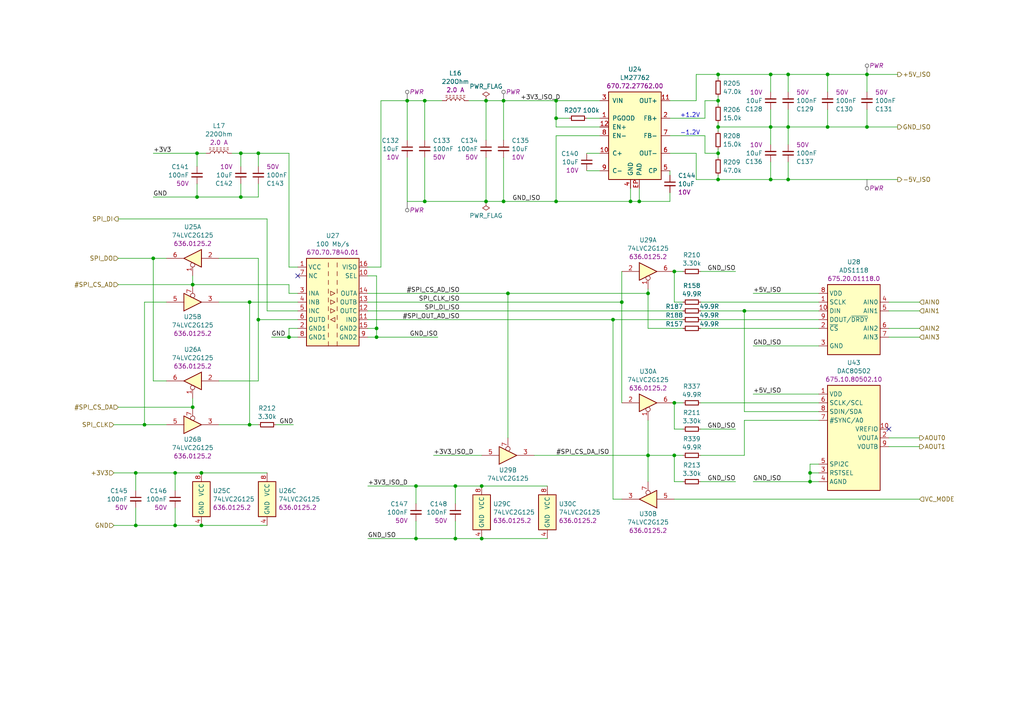
<source format=kicad_sch>
(kicad_sch (version 20231120) (generator "eeschema") (generator_version "8.0")
  (paper "A4")
  (title_block (title "CQ2") (date "2024-07-31") (rev "0") (comment 1 "SPI based isolated AD/DA Converter") (comment 2 "Manfred Schmitz") (comment 3 "tbd") (comment 4 "2024-07-03") (comment 5 "tbd") (comment 6 "A"))
  (junction (at 146.05 29.21))
  (junction (at 215.9 90.17))
  (junction (at 208.28 52.07))
  (junction (at 72.39 123.19))
  (junction (at 120.65 156.21))
  (junction (at 208.28 36.83))
  (junction (at 147.32 85.09))
  (junction (at 161.29 29.21))
  (junction (at 58.42 152.4))
  (junction (at 55.88 82.55))
  (junction (at 223.52 21.59))
  (junction (at 44.45 74.93))
  (junction (at 120.65 140.97))
  (junction (at 69.85 44.45))
  (junction (at 139.7 140.97))
  (junction (at 109.22 95.25))
  (junction (at 251.46 36.83))
  (junction (at 57.15 44.45))
  (junction (at 185.42 58.42))
  (junction (at 39.37 137.16))
  (junction (at 223.52 36.83))
  (junction (at 195.58 78.74))
  (junction (at 140.97 58.42))
  (junction (at 195.58 132.08))
  (junction (at 139.7 156.21))
  (junction (at 223.52 52.07))
  (junction (at 74.93 92.71))
  (junction (at 123.19 29.21))
  (junction (at 74.93 44.45))
  (junction (at 228.6 52.07))
  (junction (at 234.95 137.16))
  (junction (at 240.03 21.59))
  (junction (at 180.34 87.63))
  (junction (at 187.96 85.09))
  (junction (at 69.85 57.15))
  (junction (at 208.28 29.21))
  (junction (at 146.05 58.42))
  (junction (at 240.03 36.83))
  (junction (at 195.58 116.84))
  (junction (at 228.6 36.83))
  (junction (at 109.22 97.79))
  (junction (at 39.37 152.4))
  (junction (at 58.42 137.16))
  (junction (at 50.8 137.16))
  (junction (at 177.8 92.71))
  (junction (at 41.91 123.19))
  (junction (at 140.97 29.21))
  (junction (at 50.8 152.4))
  (junction (at 161.29 34.29))
  (junction (at 182.88 58.42))
  (junction (at 57.15 57.15))
  (junction (at 251.46 21.59))
  (junction (at 123.19 58.42))
  (junction (at 187.96 132.08))
  (junction (at 132.08 156.21))
  (junction (at 161.29 58.42))
  (junction (at 132.08 140.97))
  (junction (at 228.6 21.59))
  (junction (at 83.82 97.79))
  (junction (at 234.95 139.7))
  (junction (at 208.28 44.45))
  (junction (at 72.39 87.63))
  (junction (at 55.88 118.11))
  (junction (at 118.11 29.21))
  (junction (at 208.28 21.59))
  (no_connect (at 86.36 80.01))
  (no_connect (at 257.81 124.46))
  (wire (pts (xy 140.97 40.64) (xy 140.97 29.21)))
  (wire (pts (xy 204.47 29.21) (xy 208.28 29.21)))
  (wire (pts (xy 110.49 29.21) (xy 118.11 29.21)))
  (wire (pts (xy 204.47 34.29) (xy 204.47 29.21)))
  (wire (pts (xy 228.6 36.83) (xy 228.6 31.75)))
  (wire (pts (xy 234.95 134.62) (xy 237.49 134.62)))
  (wire (pts (xy 74.93 74.93) (xy 63.5 74.93)))
  (wire (pts (xy 170.18 49.53) (xy 173.99 49.53)))
  (wire (pts (xy 109.22 97.79) (xy 127 97.79)))
  (wire (pts (xy 146.05 45.72) (xy 146.05 58.42)))
  (wire (pts (xy 33.02 137.16) (xy 39.37 137.16)))
  (wire (pts (xy 234.95 139.7) (xy 234.95 137.16)))
  (wire (pts (xy 74.93 44.45) (xy 69.85 44.45)))
  (wire (pts (xy 106.68 92.71) (xy 177.8 92.71)))
  (wire (pts (xy 146.05 40.64) (xy 146.05 29.21)))
  (wire (pts (xy 187.96 85.09) (xy 187.96 95.25)))
  (wire (pts (xy 194.31 29.21) (xy 201.93 29.21)))
  (wire (pts (xy 74.93 92.71) (xy 86.36 92.71)))
  (wire (pts (xy 228.6 21.59) (xy 240.03 21.59)))
  (wire (pts (xy 228.6 52.07) (xy 260.35 52.07)))
  (wire (pts (xy 74.93 74.93) (xy 74.93 92.71)))
  (wire (pts (xy 110.49 77.47) (xy 110.49 29.21)))
  (wire (pts (xy 57.15 48.26) (xy 57.15 44.45)))
  (wire (pts (xy 195.58 132.08) (xy 198.12 132.08)))
  (wire (pts (xy 257.81 129.54) (xy 266.7 129.54)))
  (wire (pts (xy 44.45 57.15) (xy 57.15 57.15)))
  (wire (pts (xy 74.93 48.26) (xy 74.93 44.45)))
  (wire (pts (xy 251.46 36.83) (xy 251.46 31.75)))
  (wire (pts (xy 173.99 36.83) (xy 161.29 36.83)))
  (wire (pts (xy 58.42 137.16) (xy 77.47 137.16)))
  (wire (pts (xy 123.19 40.64) (xy 123.19 29.21)))
  (wire (pts (xy 63.5 110.49) (xy 74.93 110.49)))
  (wire (pts (xy 240.03 26.67) (xy 240.03 21.59)))
  (wire (pts (xy 118.11 29.21) (xy 123.19 29.21)))
  (wire (pts (xy 120.65 140.97) (xy 132.08 140.97)))
  (wire (pts (xy 173.99 44.45) (xy 170.18 44.45)))
  (wire (pts (xy 198.12 139.7) (xy 195.58 139.7)))
  (wire (pts (xy 170.18 34.29) (xy 173.99 34.29)))
  (wire (pts (xy 257.81 95.25) (xy 266.7 95.25)))
  (wire (pts (xy 118.11 40.64) (xy 118.11 29.21)))
  (wire (pts (xy 78.74 97.79) (xy 83.82 97.79)))
  (wire (pts (xy 44.45 74.93) (xy 44.45 110.49)))
  (wire (pts (xy 132.08 156.21) (xy 139.7 156.21)))
  (wire (pts (xy 208.28 21.59) (xy 223.52 21.59)))
  (wire (pts (xy 194.31 34.29) (xy 204.47 34.29)))
  (wire (pts (xy 106.68 85.09) (xy 147.32 85.09)))
  (wire (pts (xy 57.15 44.45) (xy 59.69 44.45)))
  (wire (pts (xy 201.93 29.21) (xy 201.93 21.59)))
  (wire (pts (xy 132.08 140.97) (xy 139.7 140.97)))
  (wire (pts (xy 208.28 35.56) (xy 208.28 36.83)))
  (wire (pts (xy 55.88 80.01) (xy 55.88 82.55)))
  (wire (pts (xy 161.29 34.29) (xy 161.29 29.21)))
  (wire (pts (xy 123.19 29.21) (xy 128.27 29.21)))
  (wire (pts (xy 50.8 137.16) (xy 50.8 142.24)))
  (wire (pts (xy 228.6 21.59) (xy 223.52 21.59)))
  (wire (pts (xy 83.82 97.79) (xy 86.36 97.79)))
  (wire (pts (xy 48.26 123.19) (xy 41.91 123.19)))
  (wire (pts (xy 161.29 58.42) (xy 182.88 58.42)))
  (wire (pts (xy 41.91 87.63) (xy 41.91 123.19)))
  (wire (pts (xy 195.58 124.46) (xy 195.58 116.84)))
  (wire (pts (xy 106.68 97.79) (xy 109.22 97.79)))
  (wire (pts (xy 146.05 58.42) (xy 140.97 58.42)))
  (wire (pts (xy 77.47 90.17) (xy 77.47 63.5)))
  (wire (pts (xy 223.52 46.99) (xy 223.52 52.07)))
  (wire (pts (xy 44.45 74.93) (xy 48.26 74.93)))
  (wire (pts (xy 208.28 50.8) (xy 208.28 52.07)))
  (wire (pts (xy 203.2 116.84) (xy 237.49 116.84)))
  (wire (pts (xy 69.85 53.34) (xy 69.85 57.15)))
  (wire (pts (xy 34.29 118.11) (xy 55.88 118.11)))
  (wire (pts (xy 208.28 27.94) (xy 208.28 29.21)))
  (wire (pts (xy 109.22 80.01) (xy 109.22 95.25)))
  (wire (pts (xy 69.85 44.45) (xy 67.31 44.45)))
  (wire (pts (xy 257.81 90.17) (xy 266.7 90.17)))
  (wire (pts (xy 251.46 21.59) (xy 260.35 21.59)))
  (wire (pts (xy 234.95 137.16) (xy 234.95 134.62)))
  (wire (pts (xy 123.19 45.72) (xy 123.19 58.42)))
  (wire (pts (xy 146.05 29.21) (xy 140.97 29.21)))
  (wire (pts (xy 55.88 115.57) (xy 55.88 118.11)))
  (wire (pts (xy 86.36 90.17) (xy 77.47 90.17)))
  (wire (pts (xy 69.85 48.26) (xy 69.85 44.45)))
  (wire (pts (xy 147.32 85.09) (xy 187.96 85.09)))
  (wire (pts (xy 201.93 52.07) (xy 201.93 44.45)))
  (wire (pts (xy 83.82 85.09) (xy 86.36 85.09)))
  (wire (pts (xy 50.8 147.32) (xy 50.8 152.4)))
  (wire (pts (xy 251.46 36.83) (xy 260.35 36.83)))
  (wire (pts (xy 140.97 58.42) (xy 123.19 58.42)))
  (wire (pts (xy 208.28 36.83) (xy 208.28 38.1)))
  (wire (pts (xy 187.96 132.08) (xy 187.96 139.7)))
  (wire (pts (xy 215.9 90.17) (xy 215.9 119.38)))
  (wire (pts (xy 198.12 95.25) (xy 187.96 95.25)))
  (wire (pts (xy 132.08 140.97) (xy 132.08 146.05)))
  (wire (pts (xy 185.42 58.42) (xy 194.31 58.42)))
  (wire (pts (xy 208.28 44.45) (xy 204.47 44.45)))
  (wire (pts (xy 146.05 29.21) (xy 161.29 29.21)))
  (wire (pts (xy 39.37 137.16) (xy 50.8 137.16)))
  (wire (pts (xy 237.49 119.38) (xy 215.9 119.38)))
  (wire (pts (xy 39.37 137.16) (xy 39.37 142.24)))
  (wire (pts (xy 203.2 78.74) (xy 213.36 78.74)))
  (wire (pts (xy 177.8 92.71) (xy 198.12 92.71)))
  (wire (pts (xy 83.82 44.45) (xy 74.93 44.45)))
  (wire (pts (xy 187.96 83.82) (xy 187.96 85.09)))
  (wire (pts (xy 106.68 140.97) (xy 120.65 140.97)))
  (wire (pts (xy 215.9 121.92) (xy 215.9 132.08)))
  (wire (pts (xy 223.52 52.07) (xy 228.6 52.07)))
  (wire (pts (xy 83.82 77.47) (xy 83.82 44.45)))
  (wire (pts (xy 180.34 87.63) (xy 180.34 116.84)))
  (wire (pts (xy 237.49 100.33) (xy 218.44 100.33)))
  (wire (pts (xy 74.93 57.15) (xy 69.85 57.15)))
  (wire (pts (xy 72.39 87.63) (xy 72.39 123.19)))
  (wire (pts (xy 161.29 29.21) (xy 173.99 29.21)))
  (wire (pts (xy 182.88 54.61) (xy 182.88 58.42)))
  (wire (pts (xy 240.03 36.83) (xy 240.03 31.75)))
  (wire (pts (xy 195.58 78.74) (xy 195.58 87.63)))
  (wire (pts (xy 120.65 140.97) (xy 120.65 146.05)))
  (wire (pts (xy 140.97 45.72) (xy 140.97 58.42)))
  (wire (pts (xy 195.58 78.74) (xy 198.12 78.74)))
  (wire (pts (xy 86.36 77.47) (xy 83.82 77.47)))
  (wire (pts (xy 208.28 44.45) (xy 208.28 45.72)))
  (wire (pts (xy 208.28 21.59) (xy 208.28 22.86)))
  (wire (pts (xy 41.91 87.63) (xy 48.26 87.63)))
  (wire (pts (xy 72.39 123.19) (xy 63.5 123.19)))
  (wire (pts (xy 203.2 139.7) (xy 213.36 139.7)))
  (wire (pts (xy 223.52 36.83) (xy 228.6 36.83)))
  (wire (pts (xy 106.68 87.63) (xy 180.34 87.63)))
  (wire (pts (xy 161.29 34.29) (xy 165.1 34.29)))
  (wire (pts (xy 180.34 144.78) (xy 177.8 144.78)))
  (wire (pts (xy 106.68 95.25) (xy 109.22 95.25)))
  (wire (pts (xy 106.68 156.21) (xy 120.65 156.21)))
  (wire (pts (xy 228.6 36.83) (xy 240.03 36.83)))
  (wire (pts (xy 208.28 43.18) (xy 208.28 44.45)))
  (wire (pts (xy 125.73 132.08) (xy 139.7 132.08)))
  (wire (pts (xy 218.44 114.3) (xy 237.49 114.3)))
  (wire (pts (xy 223.52 36.83) (xy 223.52 41.91)))
  (wire (pts (xy 34.29 63.5) (xy 77.47 63.5)))
  (wire (pts (xy 44.45 44.45) (xy 57.15 44.45)))
  (wire (pts (xy 106.68 77.47) (xy 110.49 77.47)))
  (wire (pts (xy 83.82 85.09) (xy 83.82 82.55)))
  (wire (pts (xy 208.28 36.83) (xy 223.52 36.83)))
  (wire (pts (xy 228.6 26.67) (xy 228.6 21.59)))
  (wire (pts (xy 203.2 90.17) (xy 215.9 90.17)))
  (wire (pts (xy 34.29 74.93) (xy 44.45 74.93)))
  (wire (pts (xy 48.26 110.49) (xy 44.45 110.49)))
  (wire (pts (xy 39.37 147.32) (xy 39.37 152.4)))
  (wire (pts (xy 120.65 151.13) (xy 120.65 156.21)))
  (wire (pts (xy 195.58 87.63) (xy 198.12 87.63)))
  (wire (pts (xy 33.02 123.19) (xy 41.91 123.19)))
  (wire (pts (xy 57.15 53.34) (xy 57.15 57.15)))
  (wire (pts (xy 161.29 36.83) (xy 161.29 34.29)))
  (wire (pts (xy 201.93 21.59) (xy 208.28 21.59)))
  (wire (pts (xy 223.52 31.75) (xy 223.52 36.83)))
  (wire (pts (xy 203.2 87.63) (xy 237.49 87.63)))
  (wire (pts (xy 106.68 90.17) (xy 198.12 90.17)))
  (wire (pts (xy 33.02 152.4) (xy 39.37 152.4)))
  (wire (pts (xy 195.58 144.78) (xy 266.7 144.78)))
  (wire (pts (xy 83.82 95.25) (xy 83.82 97.79)))
  (wire (pts (xy 50.8 152.4) (xy 58.42 152.4)))
  (wire (pts (xy 228.6 41.91) (xy 228.6 36.83)))
  (wire (pts (xy 204.47 39.37) (xy 194.31 39.37)))
  (wire (pts (xy 83.82 82.55) (xy 55.88 82.55)))
  (wire (pts (xy 182.88 58.42) (xy 185.42 58.42)))
  (wire (pts (xy 86.36 95.25) (xy 83.82 95.25)))
  (wire (pts (xy 251.46 26.67) (xy 251.46 21.59)))
  (wire (pts (xy 240.03 21.59) (xy 251.46 21.59)))
  (wire (pts (xy 139.7 156.21) (xy 158.75 156.21)))
  (wire (pts (xy 215.9 90.17) (xy 237.49 90.17)))
  (wire (pts (xy 139.7 140.97) (xy 158.75 140.97)))
  (wire (pts (xy 237.49 139.7) (xy 234.95 139.7)))
  (wire (pts (xy 223.52 52.07) (xy 208.28 52.07)))
  (wire (pts (xy 215.9 121.92) (xy 237.49 121.92)))
  (wire (pts (xy 120.65 156.21) (xy 132.08 156.21)))
  (wire (pts (xy 58.42 152.4) (xy 77.47 152.4)))
  (wire (pts (xy 74.93 53.34) (xy 74.93 57.15)))
  (wire (pts (xy 140.97 29.21) (xy 135.89 29.21)))
  (wire (pts (xy 118.11 45.72) (xy 118.11 58.42)))
  (wire (pts (xy 187.96 132.08) (xy 195.58 132.08)))
  (wire (pts (xy 257.81 87.63) (xy 266.7 87.63)))
  (wire (pts (xy 72.39 123.19) (xy 74.93 123.19)))
  (wire (pts (xy 201.93 44.45) (xy 194.31 44.45)))
  (wire (pts (xy 234.95 137.16) (xy 237.49 137.16)))
  (wire (pts (xy 203.2 124.46) (xy 213.36 124.46)))
  (wire (pts (xy 187.96 121.92) (xy 187.96 132.08)))
  (wire (pts (xy 146.05 58.42) (xy 161.29 58.42)))
  (wire (pts (xy 208.28 52.07) (xy 201.93 52.07)))
  (wire (pts (xy 161.29 39.37) (xy 161.29 58.42)))
  (wire (pts (xy 237.49 95.25) (xy 203.2 95.25)))
  (wire (pts (xy 180.34 78.74) (xy 180.34 87.63)))
  (wire (pts (xy 154.94 132.08) (xy 187.96 132.08)))
  (wire (pts (xy 195.58 139.7) (xy 195.58 132.08)))
  (wire (pts (xy 50.8 137.16) (xy 58.42 137.16)))
  (wire (pts (xy 118.11 58.42) (xy 123.19 58.42)))
  (wire (pts (xy 72.39 87.63) (xy 63.5 87.63)))
  (wire (pts (xy 204.47 44.45) (xy 204.47 39.37)))
  (wire (pts (xy 39.37 152.4) (xy 50.8 152.4)))
  (wire (pts (xy 173.99 39.37) (xy 161.29 39.37)))
  (wire (pts (xy 228.6 52.07) (xy 228.6 46.99)))
  (wire (pts (xy 109.22 95.25) (xy 109.22 97.79)))
  (wire (pts (xy 203.2 132.08) (xy 215.9 132.08)))
  (wire (pts (xy 177.8 144.78) (xy 177.8 92.71)))
  (wire (pts (xy 195.58 116.84) (xy 198.12 116.84)))
  (wire (pts (xy 257.81 97.79) (xy 266.7 97.79)))
  (wire (pts (xy 194.31 58.42) (xy 194.31 55.88)))
  (wire (pts (xy 132.08 151.13) (xy 132.08 156.21)))
  (wire (pts (xy 203.2 92.71) (xy 237.49 92.71)))
  (wire (pts (xy 34.29 82.55) (xy 55.88 82.55)))
  (wire (pts (xy 194.31 49.53) (xy 194.31 50.8)))
  (wire (pts (xy 208.28 29.21) (xy 208.28 30.48)))
  (wire (pts (xy 218.44 85.09) (xy 237.49 85.09)))
  (wire (pts (xy 57.15 57.15) (xy 69.85 57.15)))
  (wire (pts (xy 198.12 124.46) (xy 195.58 124.46)))
  (wire (pts (xy 257.81 127) (xy 266.7 127)))
  (wire (pts (xy 223.52 21.59) (xy 223.52 26.67)))
  (wire (pts (xy 185.42 54.61) (xy 185.42 58.42)))
  (wire (pts (xy 106.68 80.01) (xy 109.22 80.01)))
  (wire (pts (xy 234.95 139.7) (xy 218.44 139.7)))
  (wire (pts (xy 147.32 85.09) (xy 147.32 127)))
  (wire (pts (xy 74.93 110.49) (xy 74.93 92.71)))
  (wire (pts (xy 72.39 87.63) (xy 86.36 87.63)))
  (wire (pts (xy 240.03 36.83) (xy 251.46 36.83)))
  (wire (pts (xy 80.01 123.19) (xy 85.09 123.19)))
  (text "+1.2V" (at 200.152 33.528 0) (effects (font (size 1.27 1.27))))
  (text "-1.2V" (at 200.152 38.608 0) (effects (font (size 1.27 1.27))))
  (label "+3V3_ISO_D" (at 106.68 140.97 0))
  (label "+3V3" (at 44.45 44.45 0))
  (label "GND" (at 44.45 57.15 0))
  (label "GND_ISO" (at 218.44 139.7 0))
  (label "SPI_CLK_ISO" (at 133.35 87.63 180))
  (label "#SPI_CS_DA_ISO" (at 161.29 132.08 0))
  (label "GND" (at 78.74 97.79 0))
  (label "GND_ISO" (at 213.36 78.74 180))
  (label "GND" (at 85.09 123.19 180))
  (label "+3V3_ISO_D" (at 162.56 29.21 180))
  (label "+3V3_ISO_D" (at 125.73 132.08 0))
  (label "#SPI_CS_AD_ISO" (at 133.35 85.09 180))
  (label "+5V_ISO" (at 218.44 85.09 0))
  (label "GND_ISO" (at 213.36 139.7 180))
  (label "GND_ISO" (at 106.68 156.21 0))
  (label "GND_ISO" (at 127 97.79 180))
  (label "#SPI_OUT_AD_ISO" (at 133.35 92.71 180))
  (label "SPI_DI_ISO" (at 133.35 90.17 180))
  (label "GND_ISO" (at 218.44 100.33 0))
  (label "GND_ISO" (at 148.59 58.42 0))
  (label "GND_ISO" (at 213.36 124.46 180))
  (label "+5V_ISO" (at 218.44 114.3 0))
  (hierarchical_label "SPI_CLK" (shape input) (at 33.02 123.19 180))
  (hierarchical_label "AIN3" (shape input) (at 266.7 97.79 0))
  (hierarchical_label "SPI_DI" (shape output) (at 34.29 63.5 180))
  (hierarchical_label "-5V_ISO" (shape output) (at 260.35 52.07 0))
  (hierarchical_label "VC_MODE" (shape input) (at 266.7 144.78 0))
  (hierarchical_label "GND" (shape input) (at 33.02 152.4 180))
  (hierarchical_label "#SPI_CS_AD" (shape input) (at 34.29 82.55 180))
  (hierarchical_label "#SPI_CS_DA" (shape input) (at 34.29 118.11 180))
  (hierarchical_label "+3V3" (shape input) (at 33.02 137.16 180))
  (hierarchical_label "AOUT0" (shape output) (at 266.7 127 0))
  (hierarchical_label "AIN1" (shape input) (at 266.7 90.17 0))
  (hierarchical_label "SPI_DO" (shape input) (at 34.29 74.93 180))
  (hierarchical_label "+5V_ISO" (shape output) (at 260.35 21.59 0))
  (hierarchical_label "AIN0" (shape input) (at 266.7 87.63 0))
  (hierarchical_label "AIN2" (shape input) (at 266.7 95.25 0))
  (hierarchical_label "GND_ISO" (shape output) (at 260.35 36.83 0))
  (hierarchical_label "AOUT1" (shape output) (at 266.7 129.54 0))
  (netclass_flag "" (length 2.54) (shape round) (at 118.11 29.21 0) (property "Netclass" "PWR" (at 118.7196 26.67 0) (effects (font (italic yes)) (justify left))))
  (netclass_flag "" (length 2.54) (shape round) (at 251.46 52.07 180) (property "Netclass" "PWR" (at 252.0696 54.61 0) (effects (font (italic yes)) (justify left))))
  (netclass_flag "" (length 2.54) (shape round) (at 251.46 21.59 0) (property "Netclass" "PWR" (at 252.0696 19.05 0) (effects (font (italic yes)) (justify left))))
  (netclass_flag "" (length 2.54) (shape round) (at 118.11 58.42 180) (property "Netclass" "PWR" (at 118.7196 60.96 0) (effects (font (italic yes)) (justify left))))
  (netclass_flag "" (length 2.54) (shape round) (at 146.05 29.21 0) (property "Netclass" "PWR" (at 146.6596 26.67 0) (effects (font (italic yes)) (justify left))))
  (symbol (lib_id "ci4rail-database:resistors/117") (at 200.66 92.71 90) (unit 1)
    (property "Reference" "R188" (at 195.58 91.44 90))
    (property "Value" "49.9R" (at 205.74 91.44 90))
    (property "Footprint" "0-standard:0402-resistor" (effects (hide yes)))
    (property "Description" "Thick film resistor" (effects (hide yes)))
    (property "Value1" "+/-1%" (effects (hide yes)))
    (property "Value2" "100 ppm" (effects (hide yes)))
    (property "Value3" "62.5 mW" (effects (hide yes)))
    (property "Value4" "50 V" (effects (hide yes)))
    (property "MPN" "n/a" (effects (hide yes)))
    (property "LTB" "9999" (effects (hide yes)))
    (property "ERP1" "M110-00101-00" (effects (hide yes)))
    (property "ERP2" "101.403.0499" (effects (hide yes)))
    (property "Lifecycle" "released" (effects (hide yes)))
    (property "Cost" "0.01" (effects (hide yes)))
    (property "Outline" "SMT 0402" (effects (hide yes)))
    (instances (project "cq2" (path "" (reference "R188") (unit 1)) (path "" (reference "R312") (unit 1))))
  )
  (symbol (lib_id "ci4rail-database:integrated/144") (at 184.15 39.37 0) (unit 1)
    (property "Reference" "U24" (at 184.15 20.1013 0))
    (property "Value" "LM27762" (at 184.15 22.5256 0))
    (property "Footprint" "1-special:integrated-144" (effects (hide yes)))
    (property "Datasheet" "${KICAD_CI4RAIL_DATASHEET_DIR}/integrated-144" (effects (hide yes)))
    (property "Description" "Power Charge Pump with LDO" (effects (hide yes)))
    (property "Value1" "2.7 to 5.5V" (effects (hide yes)))
    (property "Value2" "+-1.5 to +- 5V" (effects (hide yes)))
    (property "Value3" "100 mA" (effects (hide yes)))
    (property "MPN" "TI LM27762DSSR" (effects (hide yes)))
    (property "LTB" "2034" (effects (hide yes)))
    (property "ERP1" "integrated-144" (effects (hide yes)))
    (property "ERP2" "670.72.27762.00" (at 184.15 24.9499 0))
    (property "Cost" "1.29" (effects (hide yes)))
    (property "Lifecycle" "review pending CQ2" (effects (hide yes)))
    (property "Outline" "SMT WSON-12" (effects (hide yes)))
    (instances (project "" (path "" (reference "U24") (unit 1)) (path "" (reference "U49") (unit 1))))
  )
  (symbol (lib_id "ci4rail-database:resistors/185") (at 208.28 40.64 0) (unit 1)
    (property "Reference" "R208" (at 209.677 39.4278 0) (effects (justify left)))
    (property "Value" "15.0k" (at 209.677 41.8521 0) (effects (justify left)))
    (property "Footprint" "0-standard:0402-resistor" (effects (hide yes)))
    (property "Description" "Thick film resistor" (effects (hide yes)))
    (property "Value1" "+/-1%" (effects (hide yes)))
    (property "Value2" "100 ppm" (effects (hide yes)))
    (property "Value3" "62.5 mW" (effects (hide yes)))
    (property "Value4" "50 V" (effects (hide yes)))
    (property "MPN" "n/a" (effects (hide yes)))
    (property "LTB" "9999" (effects (hide yes)))
    (property "ERP1" "M110-00169-00" (effects (hide yes)))
    (property "ERP2" "101.403.3150" (effects (hide yes)))
    (property "Lifecycle" "released" (effects (hide yes)))
    (property "Cost" "0.01" (effects (hide yes)))
    (property "Outline" "SMT 0402" (effects (hide yes)))
    (instances (project "cq2" (path "" (reference "R208") (unit 1)) (path "" (reference "R293") (unit 1))))
  )
  (symbol (lib_id "ci4rail-database:integrated/127") (at 247.65 127 0) (unit 1)
    (property "Reference" "U43" (at 247.65 105.1913 0))
    (property "Value" "DAC80502" (at 247.65 107.6156 0))
    (property "Footprint" "1-special:integrated-127" (effects (hide yes)))
    (property "Datasheet" "${KICAD_CI4RAIL_DATASHEET_DIR}/integrated-127" (effects (hide yes)))
    (property "Description" "Analog DAC" (effects (hide yes)))
    (property "Value1" "2.7 to 5.5V" (effects (hide yes)))
    (property "Value2" "16 Bit" (effects (hide yes)))
    (property "Value3" "2 Channels" (effects (hide yes)))
    (property "Value4" "SPI/I2C" (effects (hide yes)))
    (property "MPN" "TI DAC80502DRX" (effects (hide yes)))
    (property "LTB" "2034" (effects (hide yes)))
    (property "ERP1" "integrated-127" (effects (hide yes)))
    (property "ERP2" "675.10.80502.10" (at 247.65 110.0399 0))
    (property "Cost" "6.35" (effects (hide yes)))
    (property "Lifecycle" "ERP1 pending CQ2" (effects (hide yes)))
    (property "Outline" "SMT WSON10" (effects (hide yes)))
    (instances (project "cq2" (path "" (reference "U43") (unit 1)) (path "" (reference "U45") (unit 1))))
  )
  (symbol (lib_id "ci4rail-database:capacitors/86") (at 132.08 148.59 0) (mirror y) (unit 1)
    (property "Reference" "C148" (at 129.7559 146.172 0) (effects (justify left)))
    (property "Value" "100nF" (at 129.7559 148.5963 0) (effects (justify left)))
    (property "Footprint" "0-standard:0402-capacitor" (effects (hide yes)))
    (property "Description" "Multilayer Ceramic Capacitors" (effects (hide yes)))
    (property "Value1" "+/-10 %" (effects (hide yes)))
    (property "Value2" "50V" (at 129.7559 151.0206 0) (effects (justify left)))
    (property "Value3" "X5R/X7R" (effects (hide yes)))
    (property "MPN" "n/a" (effects (hide yes)))
    (property "LTB" "9999" (effects (hide yes)))
    (property "ERP1" "M120-00060-00" (effects (hide yes)))
    (property "ERP2" "110.42.410.050.0" (effects (hide yes)))
    (property "Cost" "0.02" (effects (hide yes)))
    (property "Lifecycle" "released" (effects (hide yes)))
    (property "Outline" "SMT 0402" (effects (hide yes)))
    (instances (project "cq2" (path "" (reference "C148") (unit 1)) (path "" (reference "C226") (unit 1))))
  )
  (symbol (lib_id "ci4rail-database:resistors/117") (at 200.66 116.84 90) (unit 1)
    (property "Reference" "R337" (at 200.66 112.0605 90))
    (property "Value" "49.9R" (at 200.66 114.4848 90))
    (property "Footprint" "0-standard:0402-resistor" (effects (hide yes)))
    (property "Description" "Thick film resistor" (effects (hide yes)))
    (property "Value1" "+/-1%" (effects (hide yes)))
    (property "Value2" "100 ppm" (effects (hide yes)))
    (property "Value3" "62.5 mW" (effects (hide yes)))
    (property "Value4" "50 V" (effects (hide yes)))
    (property "MPN" "n/a" (effects (hide yes)))
    (property "LTB" "9999" (effects (hide yes)))
    (property "ERP1" "M110-00101-00" (effects (hide yes)))
    (property "ERP2" "101.403.0499" (effects (hide yes)))
    (property "Lifecycle" "released" (effects (hide yes)))
    (property "Cost" "0.01" (effects (hide yes)))
    (property "Outline" "SMT 0402" (effects (hide yes)))
    (instances (project "cq2" (path "" (reference "R337") (unit 1)) (path "" (reference "R338") (unit 1))))
  )
  (symbol (lib_id "ci4rail-database:integrated/125") (at 55.88 110.49 0) (mirror y) (unit 1)
    (property "Reference" "U26" (at 55.88 101.3813 0))
    (property "Value" "74LVC2G125" (at 55.88 103.8056 0))
    (property "Footprint" "0-standard:VSSOP-8_2.3x2mm_P0.5mm" (effects (hide yes)))
    (property "Datasheet" "${KICAD_CI4RAIL_DATASHEET_DIR}/integrated-125" (effects (hide yes)))
    (property "Description" "Logic Bus Buffer" (effects (hide yes)))
    (property "Value1" "1.65 to 5.5 V" (effects (hide yes)))
    (property "Value2" "4.3 ns (max)" (effects (hide yes)))
    (property "MPN" "TI SN74LVC2G125DCUR" (effects (hide yes)))
    (property "MPN1" "Nexperia 74LVC2G125DC" (effects (hide yes)))
    (property "LTB" "2034" (effects (hide yes)))
    (property "ERP1" "integrated-125" (effects (hide yes)))
    (property "ERP2" "636.0125.2" (at 55.88 106.2299 0))
    (property "Cost" "0.40" (effects (hide yes)))
    (property "Lifecycle" "review pending CQ2" (effects (hide yes)))
    (property "Outline" "SMT VSSOP-8" (effects (hide yes)))
    (instances (project "cq2" (path "" (reference "U26") (unit 1)) (path "" (reference "U51") (unit 1))))
  )
  (symbol (lib_id "ci4rail-database:integrated/125") (at 147.32 132.08 0) (mirror x) (unit 2)
    (property "Reference" "U29" (at 147.32 136.3401 0))
    (property "Value" "74LVC2G125" (at 147.32 138.7644 0))
    (property "Footprint" "0-standard:VSSOP-8_2.3x2mm_P0.5mm" (effects (hide yes)))
    (property "Datasheet" "${KICAD_CI4RAIL_DATASHEET_DIR}/integrated-125" (effects (hide yes)))
    (property "Description" "Logic Bus Buffer" (effects (hide yes)))
    (property "Value1" "1.65 to 5.5 V" (effects (hide yes)))
    (property "Value2" "4.3 ns (max)" (effects (hide yes)))
    (property "MPN" "TI SN74LVC2G125DCUR" (effects (hide yes)))
    (property "MPN1" "Nexperia 74LVC2G125DC" (effects (hide yes)))
    (property "LTB" "2034" (effects (hide yes)))
    (property "ERP1" "integrated-125" (effects (hide yes)))
    (property "ERP2" "636.0125.2" (effects (hide yes)))
    (property "Cost" "0.40" (effects (hide yes)))
    (property "Lifecycle" "review pending CQ2" (effects (hide yes)))
    (property "Outline" "SMT VSSOP-8" (effects (hide yes)))
    (instances (project "cq2" (path "" (reference "U29") (unit 2)) (path "" (reference "U54") (unit 2))))
  )
  (symbol (lib_id "ci4rail-database:capacitors/86") (at 228.6 29.21 0) (mirror x) (unit 1)
    (property "Reference" "C129" (at 230.9241 31.628 0) (effects (justify left)))
    (property "Value" "100nF" (at 230.9241 29.2037 0) (effects (justify left)))
    (property "Footprint" "0-standard:0402-capacitor" (effects (hide yes)))
    (property "Description" "Multilayer Ceramic Capacitors" (effects (hide yes)))
    (property "Value1" "+/-10 %" (effects (hide yes)))
    (property "Value2" "50V" (at 230.9241 26.7794 0) (effects (justify left)))
    (property "Value3" "X5R/X7R" (effects (hide yes)))
    (property "MPN" "n/a" (effects (hide yes)))
    (property "LTB" "9999" (effects (hide yes)))
    (property "ERP1" "M120-00060-00" (effects (hide yes)))
    (property "ERP2" "110.42.410.050.0" (effects (hide yes)))
    (property "Cost" "0.02" (effects (hide yes)))
    (property "Lifecycle" "released" (effects (hide yes)))
    (property "Outline" "SMT 0402" (effects (hide yes)))
    (instances (project "cq2" (path "" (reference "C129") (unit 1)) (path "" (reference "C207") (unit 1))))
  )
  (symbol (lib_id "ci4rail-database:resistors/200") (at 208.28 25.4 0) (unit 1)
    (property "Reference" "R205" (at 209.677 24.1878 0) (effects (justify left)))
    (property "Value" "47.0k" (at 209.677 26.6121 0) (effects (justify left)))
    (property "Footprint" "0-standard:0402-resistor" (effects (hide yes)))
    (property "Description" "Thick film resistor" (effects (hide yes)))
    (property "Value1" "+/-1%" (effects (hide yes)))
    (property "Value2" "100 ppm" (effects (hide yes)))
    (property "Value3" "62.5 mW" (effects (hide yes)))
    (property "Value4" "50 V" (effects (hide yes)))
    (property "MPN" "n/a" (effects (hide yes)))
    (property "LTB" "9999" (effects (hide yes)))
    (property "ERP1" "M110-00184-00" (effects (hide yes)))
    (property "ERP2" "101.403.3470" (effects (hide yes)))
    (property "Lifecycle" "released" (effects (hide yes)))
    (property "Cost" "0.01" (effects (hide yes)))
    (property "Outline" "SMT 0402" (effects (hide yes)))
    (instances (project "" (path "" (reference "R205") (unit 1)) (path "" (reference "R290") (unit 1))))
  )
  (symbol (lib_id "ci4rail-database:resistors/117") (at 200.66 87.63 90) (unit 1)
    (property "Reference" "R158" (at 200.66 82.8505 90))
    (property "Value" "49.9R" (at 200.66 85.2748 90))
    (property "Footprint" "0-standard:0402-resistor" (effects (hide yes)))
    (property "Description" "Thick film resistor" (effects (hide yes)))
    (property "Value1" "+/-1%" (effects (hide yes)))
    (property "Value2" "100 ppm" (effects (hide yes)))
    (property "Value3" "62.5 mW" (effects (hide yes)))
    (property "Value4" "50 V" (effects (hide yes)))
    (property "MPN" "n/a" (effects (hide yes)))
    (property "LTB" "9999" (effects (hide yes)))
    (property "ERP1" "M110-00101-00" (effects (hide yes)))
    (property "ERP2" "101.403.0499" (effects (hide yes)))
    (property "Lifecycle" "released" (effects (hide yes)))
    (property "Cost" "0.01" (effects (hide yes)))
    (property "Outline" "SMT 0402" (effects (hide yes)))
    (instances (project "cq2" (path "" (reference "R158") (unit 1)) (path "" (reference "R190") (unit 1))))
  )
  (symbol (lib_id "ci4rail-database:resistors/165") (at 200.66 124.46 90) (unit 1)
    (property "Reference" "R211" (at 200.66 119.6805 90))
    (property "Value" "3.30k" (at 200.66 122.1048 90))
    (property "Footprint" "0-standard:0402-resistor" (effects (hide yes)))
    (property "Description" "Thick film resistor" (effects (hide yes)))
    (property "Value1" "+/-1%" (effects (hide yes)))
    (property "Value2" "100 ppm" (effects (hide yes)))
    (property "Value3" "62.5 mW" (effects (hide yes)))
    (property "Value4" "50 V" (effects (hide yes)))
    (property "MPN" "n/a" (effects (hide yes)))
    (property "LTB" "9999" (effects (hide yes)))
    (property "ERP1" "M110-00149-00" (effects (hide yes)))
    (property "ERP2" "101.403.2330" (effects (hide yes)))
    (property "Lifecycle" "released" (effects (hide yes)))
    (property "Cost" "0.01" (effects (hide yes)))
    (property "Outline" "SMT 0402" (effects (hide yes)))
    (instances (project "cq2" (path "" (reference "R211") (unit 1)) (path "" (reference "R296") (unit 1))))
  )
  (symbol (lib_id "ci4rail-database:integrated/126") (at 247.65 92.71 0) (mirror y) (unit 1)
    (property "Reference" "U28" (at 247.65 75.9813 0))
    (property "Value" "ADS1118" (at 247.65 78.4056 0))
    (property "Footprint" "1-special:integrated-126" (effects (hide yes)))
    (property "Datasheet" "${KICAD_CI4RAIL_DATASHEET_DIR}/integrated-126" (effects (hide yes)))
    (property "Description" "Analog ADC  Delta-Sigma" (effects (hide yes)))
    (property "Value1" "2.0 to 5.5 V" (effects (hide yes)))
    (property "Value2" "16 Bit" (effects (hide yes)))
    (property "Value3" "4 Channels" (effects (hide yes)))
    (property "Value4" "SPI" (effects (hide yes)))
    (property "MPN" "Analog Devices ADS1118IRUGR" (effects (hide yes)))
    (property "LTB" "2034" (effects (hide yes)))
    (property "ERP1" "integrated-126" (effects (hide yes)))
    (property "ERP2" "675.20.01118.0" (at 247.65 80.8299 0))
    (property "Cost" "4.21" (effects (hide yes)))
    (property "Lifecycle" "review pending CQ2" (effects (hide yes)))
    (property "Outline" "SMT QFN-10" (effects (hide yes)))
    (instances (project "cq2" (path "" (reference "U28") (unit 1)) (path "" (reference "U53") (unit 1))))
  )
  (symbol (lib_id "ci4rail-database:integrated/125") (at 139.7 148.59 0) (unit 3)
    (property "Reference" "U29" (at 143.002 146.1657 0) (effects (justify left)))
    (property "Value" "74LVC2G125" (at 143.002 148.59 0) (effects (justify left)))
    (property "Footprint" "0-standard:VSSOP-8_2.3x2mm_P0.5mm" (effects (hide yes)))
    (property "Datasheet" "${KICAD_CI4RAIL_DATASHEET_DIR}/integrated-125" (effects (hide yes)))
    (property "Description" "Logic Bus Buffer" (effects (hide yes)))
    (property "Value1" "1.65 to 5.5 V" (effects (hide yes)))
    (property "Value2" "4.3 ns (max)" (effects (hide yes)))
    (property "MPN" "TI SN74LVC2G125DCUR" (effects (hide yes)))
    (property "MPN1" "Nexperia 74LVC2G125DC" (effects (hide yes)))
    (property "LTB" "2034" (effects (hide yes)))
    (property "ERP1" "integrated-125" (effects (hide yes)))
    (property "ERP2" "636.0125.2" (at 143.002 151.0143 0) (effects (justify left)))
    (property "Cost" "0.40" (effects (hide yes)))
    (property "Lifecycle" "review pending CQ2" (effects (hide yes)))
    (property "Outline" "SMT VSSOP-8" (effects (hide yes)))
    (instances (project "cq2" (path "" (reference "U29") (unit 3)) (path "" (reference "U54") (unit 3))))
  )
  (symbol (lib_id "power:PWR_FLAG") (at 140.97 58.42 180) (unit 1)
    (property "Reference" "#FLG06" (effects (hide yes)))
    (property "Value" "PWR_FLAG" (at 140.97 62.5531 0))
    (property "Description" "Special symbol for telling ERC where power comes from" (effects (hide yes)))
    (instances (project "cq2" (path "" (reference "#FLG06") (unit 1)) (path "" (reference "#FLG07") (unit 1))))
  )
  (symbol (lib_id "ci4rail-database:capacitors/86") (at 50.8 144.78 0) (mirror y) (unit 1)
    (property "Reference" "C146" (at 48.4759 142.362 0) (effects (justify left)))
    (property "Value" "100nF" (at 48.4759 144.7863 0) (effects (justify left)))
    (property "Footprint" "0-standard:0402-capacitor" (effects (hide yes)))
    (property "Description" "Multilayer Ceramic Capacitors" (effects (hide yes)))
    (property "Value1" "+/-10 %" (effects (hide yes)))
    (property "Value2" "50V" (at 48.4759 147.2106 0) (effects (justify left)))
    (property "Value3" "X5R/X7R" (effects (hide yes)))
    (property "MPN" "n/a" (effects (hide yes)))
    (property "LTB" "9999" (effects (hide yes)))
    (property "ERP1" "M120-00060-00" (effects (hide yes)))
    (property "ERP2" "110.42.410.050.0" (effects (hide yes)))
    (property "Cost" "0.02" (effects (hide yes)))
    (property "Lifecycle" "released" (effects (hide yes)))
    (property "Outline" "SMT 0402" (effects (hide yes)))
    (instances (project "cq2" (path "" (reference "C146") (unit 1)) (path "" (reference "C224") (unit 1))))
  )
  (symbol (lib_id "ci4rail-database:capacitors/93") (at 170.18 46.99 0) (unit 1)
    (property "Reference" "C140" (at 167.856 44.572 0) (effects (justify right)))
    (property "Value" "10uF" (at 167.856 46.9963 0) (effects (justify right)))
    (property "Footprint" "0-standard:0402-capacitor" (effects (hide yes)))
    (property "Description" "Multilayer Ceramic Capacitors" (effects (hide yes)))
    (property "Value1" "+/-20 %" (effects (hide yes)))
    (property "Value2" "10V" (at 167.856 49.4206 0) (effects (justify right)))
    (property "Value3" "X5R" (effects (hide yes)))
    (property "MPN" "n/a" (effects (hide yes)))
    (property "LTB" "9999" (effects (hide yes)))
    (property "ERP1" "M120-00067-00" (effects (hide yes)))
    (property "ERP2" "110.42.610.010.0" (effects (hide yes)))
    (property "Cost" "0.1" (effects (hide yes)))
    (property "Lifecycle" "released" (effects (hide yes)))
    (property "Outline" "SMT 0402" (effects (hide yes)))
    (instances (project "cq2" (path "" (reference "C140") (unit 1)) (path "" (reference "C218") (unit 1))))
  )
  (symbol (lib_id "ci4rail-database:integrated/125") (at 55.88 87.63 0) (mirror x) (unit 2)
    (property "Reference" "U25" (at 55.88 91.8901 0))
    (property "Value" "74LVC2G125" (at 55.88 94.3144 0))
    (property "Footprint" "0-standard:VSSOP-8_2.3x2mm_P0.5mm" (effects (hide yes)))
    (property "Datasheet" "${KICAD_CI4RAIL_DATASHEET_DIR}/integrated-125" (effects (hide yes)))
    (property "Description" "Logic Bus Buffer" (effects (hide yes)))
    (property "Value1" "1.65 to 5.5 V" (effects (hide yes)))
    (property "Value2" "4.3 ns (max)" (effects (hide yes)))
    (property "MPN" "TI SN74LVC2G125DCUR" (effects (hide yes)))
    (property "MPN1" "Nexperia 74LVC2G125DC" (effects (hide yes)))
    (property "LTB" "2034" (effects (hide yes)))
    (property "ERP1" "integrated-125" (effects (hide yes)))
    (property "ERP2" "636.0125.2" (at 55.88 96.7387 0))
    (property "Cost" "0.40" (effects (hide yes)))
    (property "Lifecycle" "review pending CQ2" (effects (hide yes)))
    (property "Outline" "SMT VSSOP-8" (effects (hide yes)))
    (instances (project "cq2" (path "" (reference "U25") (unit 2)) (path "" (reference "U50") (unit 2))))
  )
  (symbol (lib_id "ci4rail-database:capacitors/93") (at 69.85 50.8 180) (unit 1)
    (property "Reference" "C142" (at 67.5259 53.218 0) (effects (justify left)))
    (property "Value" "10uF" (at 67.5259 50.7937 0) (effects (justify left)))
    (property "Footprint" "0-standard:0402-capacitor" (effects (hide yes)))
    (property "Description" "Multilayer Ceramic Capacitors" (effects (hide yes)))
    (property "Value1" "+/-20 %" (effects (hide yes)))
    (property "Value2" "10V" (at 67.5259 48.3694 0) (effects (justify left)))
    (property "Value3" "X5R" (effects (hide yes)))
    (property "MPN" "n/a" (effects (hide yes)))
    (property "LTB" "9999" (effects (hide yes)))
    (property "ERP1" "M120-00067-00" (effects (hide yes)))
    (property "ERP2" "110.42.610.010.0" (effects (hide yes)))
    (property "Cost" "0.1" (effects (hide yes)))
    (property "Lifecycle" "released" (effects (hide yes)))
    (property "Outline" "SMT 0402" (effects (hide yes)))
    (instances (project "" (path "" (reference "C142") (unit 1)) (path "" (reference "C220") (unit 1))))
  )
  (symbol (lib_id "ci4rail-database:capacitors/93") (at 146.05 43.18 0) (unit 1)
    (property "Reference" "C135" (at 148.3741 40.762 0) (effects (justify left)))
    (property "Value" "10uF" (at 148.3741 43.1863 0) (effects (justify left)))
    (property "Footprint" "0-standard:0402-capacitor" (effects (hide yes)))
    (property "Description" "Multilayer Ceramic Capacitors" (effects (hide yes)))
    (property "Value1" "+/-20 %" (effects (hide yes)))
    (property "Value2" "10V" (at 148.3741 45.6106 0) (effects (justify left)))
    (property "Value3" "X5R" (effects (hide yes)))
    (property "MPN" "n/a" (effects (hide yes)))
    (property "LTB" "9999" (effects (hide yes)))
    (property "ERP1" "M120-00067-00" (effects (hide yes)))
    (property "ERP2" "110.42.610.010.0" (effects (hide yes)))
    (property "Cost" "0.1" (effects (hide yes)))
    (property "Lifecycle" "released" (effects (hide yes)))
    (property "Outline" "SMT 0402" (effects (hide yes)))
    (instances (project "cq2" (path "" (reference "C135") (unit 1)) (path "" (reference "C213") (unit 1))))
  )
  (symbol (lib_id "ci4rail-database:capacitors/86") (at 120.65 148.59 0) (mirror y) (unit 1)
    (property "Reference" "C147" (at 118.3259 146.172 0) (effects (justify left)))
    (property "Value" "100nF" (at 118.3259 148.5963 0) (effects (justify left)))
    (property "Footprint" "0-standard:0402-capacitor" (effects (hide yes)))
    (property "Description" "Multilayer Ceramic Capacitors" (effects (hide yes)))
    (property "Value1" "+/-10 %" (effects (hide yes)))
    (property "Value2" "50V" (at 118.3259 151.0206 0) (effects (justify left)))
    (property "Value3" "X5R/X7R" (effects (hide yes)))
    (property "MPN" "n/a" (effects (hide yes)))
    (property "LTB" "9999" (effects (hide yes)))
    (property "ERP1" "M120-00060-00" (effects (hide yes)))
    (property "ERP2" "110.42.410.050.0" (effects (hide yes)))
    (property "Cost" "0.02" (effects (hide yes)))
    (property "Lifecycle" "released" (effects (hide yes)))
    (property "Outline" "SMT 0402" (effects (hide yes)))
    (instances (project "cq2" (path "" (reference "C147") (unit 1)) (path "" (reference "C225") (unit 1))))
  )
  (symbol (lib_id "ci4rail-database:resistors/117") (at 200.66 90.17 90) (unit 1)
    (property "Reference" "R187" (at 195.58 88.9 90))
    (property "Value" "49.9R" (at 205.74 88.9 90))
    (property "Footprint" "0-standard:0402-resistor" (effects (hide yes)))
    (property "Description" "Thick film resistor" (effects (hide yes)))
    (property "Value1" "+/-1%" (effects (hide yes)))
    (property "Value2" "100 ppm" (effects (hide yes)))
    (property "Value3" "62.5 mW" (effects (hide yes)))
    (property "Value4" "50 V" (effects (hide yes)))
    (property "MPN" "n/a" (effects (hide yes)))
    (property "LTB" "9999" (effects (hide yes)))
    (property "ERP1" "M110-00101-00" (effects (hide yes)))
    (property "ERP2" "101.403.0499" (effects (hide yes)))
    (property "Lifecycle" "released" (effects (hide yes)))
    (property "Cost" "0.01" (effects (hide yes)))
    (property "Outline" "SMT 0402" (effects (hide yes)))
    (instances (project "cq2" (path "" (reference "R187") (unit 1)) (path "" (reference "R227") (unit 1))))
  )
  (symbol (lib_id "ci4rail-database:integrated/125") (at 187.96 144.78 180) (unit 2)
    (property "Reference" "U30" (at 187.96 149.0401 0))
    (property "Value" "74LVC2G125" (at 187.96 151.4644 0))
    (property "Footprint" "0-standard:VSSOP-8_2.3x2mm_P0.5mm" (effects (hide yes)))
    (property "Datasheet" "${KICAD_CI4RAIL_DATASHEET_DIR}/integrated-125" (effects (hide yes)))
    (property "Description" "Logic Bus Buffer" (effects (hide yes)))
    (property "Value1" "1.65 to 5.5 V" (effects (hide yes)))
    (property "Value2" "4.3 ns (max)" (effects (hide yes)))
    (property "MPN" "TI SN74LVC2G125DCUR" (effects (hide yes)))
    (property "MPN1" "Nexperia 74LVC2G125DC" (effects (hide yes)))
    (property "LTB" "2034" (effects (hide yes)))
    (property "ERP1" "integrated-125" (effects (hide yes)))
    (property "ERP2" "636.0125.2" (at 187.96 153.8887 0))
    (property "Cost" "0.40" (effects (hide yes)))
    (property "Lifecycle" "review pending CQ2" (effects (hide yes)))
    (property "Outline" "SMT VSSOP-8" (effects (hide yes)))
    (instances (project "cq2" (path "" (reference "U30") (unit 2)) (path "" (reference "U55") (unit 2))))
  )
  (symbol (lib_id "ci4rail-database:capacitors/93") (at 223.52 44.45 180) (unit 1)
    (property "Reference" "C136" (at 221.1959 46.868 0) (effects (justify left)))
    (property "Value" "10uF" (at 221.1959 44.4437 0) (effects (justify left)))
    (property "Footprint" "0-standard:0402-capacitor" (effects (hide yes)))
    (property "Description" "Multilayer Ceramic Capacitors" (effects (hide yes)))
    (property "Value1" "+/-20 %" (effects (hide yes)))
    (property "Value2" "10V" (at 221.1959 42.0194 0) (effects (justify left)))
    (property "Value3" "X5R" (effects (hide yes)))
    (property "MPN" "n/a" (effects (hide yes)))
    (property "LTB" "9999" (effects (hide yes)))
    (property "ERP1" "M120-00067-00" (effects (hide yes)))
    (property "ERP2" "110.42.610.010.0" (effects (hide yes)))
    (property "Cost" "0.1" (effects (hide yes)))
    (property "Lifecycle" "released" (effects (hide yes)))
    (property "Outline" "SMT 0402" (effects (hide yes)))
    (instances (project "cq2" (path "" (reference "C136") (unit 1)) (path "" (reference "C214") (unit 1))))
  )
  (symbol (lib_id "ci4rail-database:inductors/46") (at 63.5 44.45 90) (unit 1)
    (property "Reference" "L17" (at 63.5 36.4843 90))
    (property "Value" "220Ohm" (at 63.5 38.9086 90))
    (property "Footprint" "0-standard:0805-inductor" (effects (hide yes)))
    (property "Datasheet" "${KICAD_CI4RAIL_DATASHEET_DIR}/inductors-46" (effects (hide yes)))
    (property "Description" "Ferrites" (effects (hide yes)))
    (property "Value1" "2.0 A" (at 63.5 41.3329 90))
    (property "Value2" "50 mOhm" (effects (hide yes)))
    (property "MPN" "Walsin WQBD2012HCU221TH" (effects (hide yes)))
    (property "MPN1" "Murata" (effects (hide yes)))
    (property "MPN2" "BLM21PG221SN1D" (effects (hide yes)))
    (property "LTB" "2034" (effects (hide yes)))
    (property "Lifecycle" "released" (effects (hide yes)))
    (property "Cost" "0.03" (effects (hide yes)))
    (property "ERP1" "M131-00003-00" (effects (hide yes)))
    (property "ERP2" "119.2.0805.0220.0" (effects (hide yes)))
    (property "Outline" "SMT 0805" (effects (hide yes)))
    (instances (project "" (path "" (reference "L17") (unit 1)) (path "" (reference "L24") (unit 1))))
  )
  (symbol (lib_id "ci4rail-database:capacitors/86") (at 74.93 50.8 0) (mirror x) (unit 1)
    (property "Reference" "C143" (at 77.2541 53.218 0) (effects (justify left)))
    (property "Value" "100nF" (at 77.2541 50.7937 0) (effects (justify left)))
    (property "Footprint" "0-standard:0402-capacitor" (effects (hide yes)))
    (property "Description" "Multilayer Ceramic Capacitors" (effects (hide yes)))
    (property "Value1" "+/-10 %" (effects (hide yes)))
    (property "Value2" "50V" (at 77.2541 48.3694 0) (effects (justify left)))
    (property "Value3" "X5R/X7R" (effects (hide yes)))
    (property "MPN" "n/a" (effects (hide yes)))
    (property "LTB" "9999" (effects (hide yes)))
    (property "ERP1" "M120-00060-00" (effects (hide yes)))
    (property "ERP2" "110.42.410.050.0" (effects (hide yes)))
    (property "Cost" "0.02" (effects (hide yes)))
    (property "Lifecycle" "released" (effects (hide yes)))
    (property "Outline" "SMT 0402" (effects (hide yes)))
    (instances (project "cq2" (path "" (reference "C143") (unit 1)) (path "" (reference "C221") (unit 1))))
  )
  (symbol (lib_id "ci4rail-database:integrated/125") (at 58.42 144.78 0) (unit 3)
    (property "Reference" "U25" (at 61.722 142.3557 0) (effects (justify left)))
    (property "Value" "74LVC2G125" (at 61.722 144.78 0) (effects (justify left)))
    (property "Footprint" "0-standard:VSSOP-8_2.3x2mm_P0.5mm" (effects (hide yes)))
    (property "Datasheet" "${KICAD_CI4RAIL_DATASHEET_DIR}/integrated-125" (effects (hide yes)))
    (property "Description" "Logic Bus Buffer" (effects (hide yes)))
    (property "Value1" "1.65 to 5.5 V" (effects (hide yes)))
    (property "Value2" "4.3 ns (max)" (effects (hide yes)))
    (property "MPN" "TI SN74LVC2G125DCUR" (effects (hide yes)))
    (property "MPN1" "Nexperia 74LVC2G125DC" (effects (hide yes)))
    (property "LTB" "2034" (effects (hide yes)))
    (property "ERP1" "integrated-125" (effects (hide yes)))
    (property "ERP2" "636.0125.2" (at 61.722 147.2043 0) (effects (justify left)))
    (property "Cost" "0.40" (effects (hide yes)))
    (property "Lifecycle" "review pending CQ2" (effects (hide yes)))
    (property "Outline" "SMT VSSOP-8" (effects (hide yes)))
    (instances (project "cq2" (path "" (reference "U25") (unit 3)) (path "" (reference "U50") (unit 3))))
  )
  (symbol (lib_id "ci4rail-database:capacitors/93") (at 194.31 53.34 0) (unit 1)
    (property "Reference" "C144" (at 196.6341 50.922 0) (effects (justify left)))
    (property "Value" "10uF" (at 196.6341 53.3463 0) (effects (justify left)))
    (property "Footprint" "0-standard:0402-capacitor" (effects (hide yes)))
    (property "Description" "Multilayer Ceramic Capacitors" (effects (hide yes)))
    (property "Value1" "+/-20 %" (effects (hide yes)))
    (property "Value2" "10V" (at 196.6341 55.7706 0) (effects (justify left)))
    (property "Value3" "X5R" (effects (hide yes)))
    (property "MPN" "n/a" (effects (hide yes)))
    (property "LTB" "9999" (effects (hide yes)))
    (property "ERP1" "M120-00067-00" (effects (hide yes)))
    (property "ERP2" "110.42.610.010.0" (effects (hide yes)))
    (property "Cost" "0.1" (effects (hide yes)))
    (property "Lifecycle" "released" (effects (hide yes)))
    (property "Outline" "SMT 0402" (effects (hide yes)))
    (instances (project "cq2" (path "" (reference "C144") (unit 1)) (path "" (reference "C222") (unit 1))))
  )
  (symbol (lib_id "ci4rail-database:resistors/117") (at 200.66 132.08 90) (unit 1)
    (property "Reference" "R339" (at 200.66 127.3005 90))
    (property "Value" "49.9R" (at 200.66 129.7248 90))
    (property "Footprint" "0-standard:0402-resistor" (effects (hide yes)))
    (property "Description" "Thick film resistor" (effects (hide yes)))
    (property "Value1" "+/-1%" (effects (hide yes)))
    (property "Value2" "100 ppm" (effects (hide yes)))
    (property "Value3" "62.5 mW" (effects (hide yes)))
    (property "Value4" "50 V" (effects (hide yes)))
    (property "MPN" "n/a" (effects (hide yes)))
    (property "LTB" "9999" (effects (hide yes)))
    (property "ERP1" "M110-00101-00" (effects (hide yes)))
    (property "ERP2" "101.403.0499" (effects (hide yes)))
    (property "Lifecycle" "released" (effects (hide yes)))
    (property "Cost" "0.01" (effects (hide yes)))
    (property "Outline" "SMT 0402" (effects (hide yes)))
    (instances (project "cq2" (path "" (reference "R339") (unit 1)) (path "" (reference "R340") (unit 1))))
  )
  (symbol (lib_id "ci4rail-database:capacitors/93") (at 223.52 29.21 180) (unit 1)
    (property "Reference" "C128" (at 221.1959 31.628 0) (effects (justify left)))
    (property "Value" "10uF" (at 221.1959 29.2037 0) (effects (justify left)))
    (property "Footprint" "0-standard:0402-capacitor" (effects (hide yes)))
    (property "Description" "Multilayer Ceramic Capacitors" (effects (hide yes)))
    (property "Value1" "+/-20 %" (effects (hide yes)))
    (property "Value2" "10V" (at 221.1959 26.7794 0) (effects (justify left)))
    (property "Value3" "X5R" (effects (hide yes)))
    (property "MPN" "n/a" (effects (hide yes)))
    (property "LTB" "9999" (effects (hide yes)))
    (property "ERP1" "M120-00067-00" (effects (hide yes)))
    (property "ERP2" "110.42.610.010.0" (effects (hide yes)))
    (property "Cost" "0.1" (effects (hide yes)))
    (property "Lifecycle" "released" (effects (hide yes)))
    (property "Outline" "SMT 0402" (effects (hide yes)))
    (instances (project "cq2" (path "" (reference "C128") (unit 1)) (path "" (reference "C206") (unit 1))))
  )
  (symbol (lib_id "power:PWR_FLAG") (at 140.97 29.21 0) (unit 1)
    (property "Reference" "#FLG04" (effects (hide yes)))
    (property "Value" "PWR_FLAG" (at 140.97 25.0769 0))
    (property "Description" "Special symbol for telling ERC where power comes from" (effects (hide yes)))
    (instances (project "" (path "" (reference "#FLG04") (unit 1)) (path "" (reference "#FLG05") (unit 1))))
  )
  (symbol (lib_id "ci4rail-database:resistors/185") (at 208.28 33.02 0) (unit 1)
    (property "Reference" "R206" (at 209.677 31.8078 0) (effects (justify left)))
    (property "Value" "15.0k" (at 209.677 34.2321 0) (effects (justify left)))
    (property "Footprint" "0-standard:0402-resistor" (effects (hide yes)))
    (property "Description" "Thick film resistor" (effects (hide yes)))
    (property "Value1" "+/-1%" (effects (hide yes)))
    (property "Value2" "100 ppm" (effects (hide yes)))
    (property "Value3" "62.5 mW" (effects (hide yes)))
    (property "Value4" "50 V" (effects (hide yes)))
    (property "MPN" "n/a" (effects (hide yes)))
    (property "LTB" "9999" (effects (hide yes)))
    (property "ERP1" "M110-00169-00" (effects (hide yes)))
    (property "ERP2" "101.403.3150" (effects (hide yes)))
    (property "Lifecycle" "released" (effects (hide yes)))
    (property "Cost" "0.01" (effects (hide yes)))
    (property "Outline" "SMT 0402" (effects (hide yes)))
    (instances (project "" (path "" (reference "R206") (unit 1)) (path "" (reference "R291") (unit 1))))
  )
  (symbol (lib_id "ci4rail-database:capacitors/86") (at 240.03 29.21 0) (mirror x) (unit 1)
    (property "Reference" "C130" (at 242.3541 31.628 0) (effects (justify left)))
    (property "Value" "100nF" (at 242.3541 29.2037 0) (effects (justify left)))
    (property "Footprint" "0-standard:0402-capacitor" (effects (hide yes)))
    (property "Description" "Multilayer Ceramic Capacitors" (effects (hide yes)))
    (property "Value1" "+/-10 %" (effects (hide yes)))
    (property "Value2" "50V" (at 242.3541 26.7794 0) (effects (justify left)))
    (property "Value3" "X5R/X7R" (effects (hide yes)))
    (property "MPN" "n/a" (effects (hide yes)))
    (property "LTB" "9999" (effects (hide yes)))
    (property "ERP1" "M120-00060-00" (effects (hide yes)))
    (property "ERP2" "110.42.410.050.0" (effects (hide yes)))
    (property "Cost" "0.02" (effects (hide yes)))
    (property "Lifecycle" "released" (effects (hide yes)))
    (property "Outline" "SMT 0402" (effects (hide yes)))
    (instances (project "cq2" (path "" (reference "C130") (unit 1)) (path "" (reference "C208") (unit 1))))
  )
  (symbol (lib_id "ci4rail-database:inductors/46") (at 132.08 29.21 270) (mirror x) (unit 1)
    (property "Reference" "L16" (at 132.08 21.2443 90))
    (property "Value" "220Ohm" (at 132.08 23.6686 90))
    (property "Footprint" "0-standard:0805-inductor" (effects (hide yes)))
    (property "Datasheet" "${KICAD_CI4RAIL_DATASHEET_DIR}/inductors-46" (effects (hide yes)))
    (property "Description" "Ferrites" (effects (hide yes)))
    (property "Value1" "2.0 A" (at 132.08 26.0929 90))
    (property "Value2" "50 mOhm" (effects (hide yes)))
    (property "MPN" "Walsin WQBD2012HCU221TH" (effects (hide yes)))
    (property "MPN1" "Murata" (effects (hide yes)))
    (property "MPN2" "BLM21PG221SN1D" (effects (hide yes)))
    (property "LTB" "2034" (effects (hide yes)))
    (property "Lifecycle" "released" (effects (hide yes)))
    (property "Cost" "0.03" (effects (hide yes)))
    (property "ERP1" "M131-00003-00" (effects (hide yes)))
    (property "ERP2" "119.2.0805.0220.0" (effects (hide yes)))
    (property "Outline" "SMT 0805" (effects (hide yes)))
    (instances (project "cq2" (path "" (reference "L16") (unit 1)) (path "" (reference "L23") (unit 1))))
  )
  (symbol (lib_id "ci4rail-database:integrated/135") (at 96.52 87.63 0) (unit 1)
    (property "Reference" "U27" (at 96.52 68.3613 0))
    (property "Value" "100 Mb/s" (at 96.52 70.7856 0))
    (property "Footprint" "0-standard:SOIC-16W" (effects (hide yes)))
    (property "Datasheet" "${KICAD_CI4RAIL_DATASHEET_DIR}/integrated-135" (effects (hide yes)))
    (property "Description" "Isolator digital 3R & 1T DC/DC" (effects (hide yes)))
    (property "ERP2" "670.70.7840.01" (at 96.52 73.2099 0))
    (property "Value1" "5000 Vrms" (effects (hide yes)))
    (property "Value3" "3.15V to 5.5V" (effects (hide yes)))
    (property "MPN" "TI ISOW7840DWE" (effects (hide yes)))
    (property "MPN1" "Würth 18024115401L" (effects (hide yes)))
    (property "LTB" "2034" (effects (hide yes)))
    (property "ERP1" "integrated-135" (effects (hide yes)))
    (property "Cost" "6.88" (effects (hide yes)))
    (property "Lifecycle" "ERP1 pending SO1" (effects (hide yes)))
    (property "Outline" "SMT SOIC-16W" (effects (hide yes)))
    (instances (project "" (path "" (reference "U27") (unit 1)) (path "" (reference "U52") (unit 1))))
  )
  (symbol (lib_id "ci4rail-database:resistors/165") (at 200.66 139.7 90) (unit 1)
    (property "Reference" "R213" (at 200.66 134.9205 90))
    (property "Value" "3.30k" (at 200.66 137.3448 90))
    (property "Footprint" "0-standard:0402-resistor" (effects (hide yes)))
    (property "Description" "Thick film resistor" (effects (hide yes)))
    (property "Value1" "+/-1%" (effects (hide yes)))
    (property "Value2" "100 ppm" (effects (hide yes)))
    (property "Value3" "62.5 mW" (effects (hide yes)))
    (property "Value4" "50 V" (effects (hide yes)))
    (property "MPN" "n/a" (effects (hide yes)))
    (property "LTB" "9999" (effects (hide yes)))
    (property "ERP1" "M110-00149-00" (effects (hide yes)))
    (property "ERP2" "101.403.2330" (effects (hide yes)))
    (property "Lifecycle" "released" (effects (hide yes)))
    (property "Cost" "0.01" (effects (hide yes)))
    (property "Outline" "SMT 0402" (effects (hide yes)))
    (instances (project "cq2" (path "" (reference "R213") (unit 1)) (path "" (reference "R298") (unit 1))))
  )
  (symbol (lib_id "ci4rail-database:capacitors/86") (at 140.97 43.18 0) (mirror y) (unit 1)
    (property "Reference" "C134" (at 138.6459 40.762 0) (effects (justify left)))
    (property "Value" "100nF" (at 138.6459 43.1863 0) (effects (justify left)))
    (property "Footprint" "0-standard:0402-capacitor" (effects (hide yes)))
    (property "Description" "Multilayer Ceramic Capacitors" (effects (hide yes)))
    (property "Value1" "+/-10 %" (effects (hide yes)))
    (property "Value2" "50V" (at 138.6459 45.6106 0) (effects (justify left)))
    (property "Value3" "X5R/X7R" (effects (hide yes)))
    (property "MPN" "n/a" (effects (hide yes)))
    (property "LTB" "9999" (effects (hide yes)))
    (property "ERP1" "M120-00060-00" (effects (hide yes)))
    (property "ERP2" "110.42.410.050.0" (effects (hide yes)))
    (property "Cost" "0.02" (effects (hide yes)))
    (property "Lifecycle" "released" (effects (hide yes)))
    (property "Outline" "SMT 0402" (effects (hide yes)))
    (instances (project "cq2" (path "" (reference "C134") (unit 1)) (path "" (reference "C212") (unit 1))))
  )
  (symbol (lib_id "ci4rail-database:integrated/125") (at 55.88 123.19 0) (mirror x) (unit 2)
    (property "Reference" "U26" (at 55.88 127.4501 0))
    (property "Value" "74LVC2G125" (at 55.88 129.8744 0))
    (property "Footprint" "0-standard:VSSOP-8_2.3x2mm_P0.5mm" (effects (hide yes)))
    (property "Datasheet" "${KICAD_CI4RAIL_DATASHEET_DIR}/integrated-125" (effects (hide yes)))
    (property "Description" "Logic Bus Buffer" (effects (hide yes)))
    (property "Value1" "1.65 to 5.5 V" (effects (hide yes)))
    (property "Value2" "4.3 ns (max)" (effects (hide yes)))
    (property "MPN" "TI SN74LVC2G125DCUR" (effects (hide yes)))
    (property "MPN1" "Nexperia 74LVC2G125DC" (effects (hide yes)))
    (property "LTB" "2034" (effects (hide yes)))
    (property "ERP1" "integrated-125" (effects (hide yes)))
    (property "ERP2" "636.0125.2" (at 55.88 132.2987 0))
    (property "Cost" "0.40" (effects (hide yes)))
    (property "Lifecycle" "review pending CQ2" (effects (hide yes)))
    (property "Outline" "SMT VSSOP-8" (effects (hide yes)))
    (instances (project "cq2" (path "" (reference "U26") (unit 2)) (path "" (reference "U51") (unit 2))))
  )
  (symbol (lib_id "ci4rail-database:capacitors/86") (at 251.46 29.21 0) (mirror x) (unit 1)
    (property "Reference" "C131" (at 253.7841 31.628 0) (effects (justify left)))
    (property "Value" "100nF" (at 253.7841 29.2037 0) (effects (justify left)))
    (property "Footprint" "0-standard:0402-capacitor" (effects (hide yes)))
    (property "Description" "Multilayer Ceramic Capacitors" (effects (hide yes)))
    (property "Value1" "+/-10 %" (effects (hide yes)))
    (property "Value2" "50V" (at 253.7841 26.7794 0) (effects (justify left)))
    (property "Value3" "X5R/X7R" (effects (hide yes)))
    (property "MPN" "n/a" (effects (hide yes)))
    (property "LTB" "9999" (effects (hide yes)))
    (property "ERP1" "M120-00060-00" (effects (hide yes)))
    (property "ERP2" "110.42.410.050.0" (effects (hide yes)))
    (property "Cost" "0.02" (effects (hide yes)))
    (property "Lifecycle" "released" (effects (hide yes)))
    (property "Outline" "SMT 0402" (effects (hide yes)))
    (instances (project "cq2" (path "" (reference "C131") (unit 1)) (path "" (reference "C209") (unit 1))))
  )
  (symbol (lib_id "ci4rail-database:integrated/125") (at 55.88 74.93 0) (mirror y) (unit 1)
    (property "Reference" "U25" (at 55.88 65.8213 0))
    (property "Value" "74LVC2G125" (at 55.88 68.2456 0))
    (property "Footprint" "0-standard:VSSOP-8_2.3x2mm_P0.5mm" (effects (hide yes)))
    (property "Datasheet" "${KICAD_CI4RAIL_DATASHEET_DIR}/integrated-125" (effects (hide yes)))
    (property "Description" "Logic Bus Buffer" (effects (hide yes)))
    (property "Value1" "1.65 to 5.5 V" (effects (hide yes)))
    (property "Value2" "4.3 ns (max)" (effects (hide yes)))
    (property "MPN" "TI SN74LVC2G125DCUR" (effects (hide yes)))
    (property "MPN1" "Nexperia 74LVC2G125DC" (effects (hide yes)))
    (property "LTB" "2034" (effects (hide yes)))
    (property "ERP1" "integrated-125" (effects (hide yes)))
    (property "ERP2" "636.0125.2" (at 55.88 70.6699 0))
    (property "Cost" "0.40" (effects (hide yes)))
    (property "Lifecycle" "review pending CQ2" (effects (hide yes)))
    (property "Outline" "SMT VSSOP-8" (effects (hide yes)))
    (instances (project "cq2" (path "" (reference "U25") (unit 1)) (path "" (reference "U50") (unit 1))))
  )
  (symbol (lib_id "ci4rail-database:integrated/125") (at 187.96 116.84 0) (unit 1)
    (property "Reference" "U30" (at 187.96 107.7313 0))
    (property "Value" "74LVC2G125" (at 187.96 110.1556 0))
    (property "Footprint" "0-standard:VSSOP-8_2.3x2mm_P0.5mm" (effects (hide yes)))
    (property "Datasheet" "${KICAD_CI4RAIL_DATASHEET_DIR}/integrated-125" (effects (hide yes)))
    (property "Description" "Logic Bus Buffer" (effects (hide yes)))
    (property "Value1" "1.65 to 5.5 V" (effects (hide yes)))
    (property "Value2" "4.3 ns (max)" (effects (hide yes)))
    (property "MPN" "TI SN74LVC2G125DCUR" (effects (hide yes)))
    (property "MPN1" "Nexperia 74LVC2G125DC" (effects (hide yes)))
    (property "LTB" "2034" (effects (hide yes)))
    (property "ERP1" "integrated-125" (effects (hide yes)))
    (property "ERP2" "636.0125.2" (at 187.96 112.5799 0))
    (property "Cost" "0.40" (effects (hide yes)))
    (property "Lifecycle" "review pending CQ2" (effects (hide yes)))
    (property "Outline" "SMT VSSOP-8" (effects (hide yes)))
    (instances (project "cq2" (path "" (reference "U30") (unit 1)) (path "" (reference "U55") (unit 1))))
  )
  (symbol (lib_id "ci4rail-database:resistors/165") (at 77.47 123.19 90) (unit 1)
    (property "Reference" "R212" (at 77.47 118.4105 90))
    (property "Value" "3.30k" (at 77.47 120.8348 90))
    (property "Footprint" "0-standard:0402-resistor" (effects (hide yes)))
    (property "Description" "Thick film resistor" (effects (hide yes)))
    (property "Value1" "+/-1%" (effects (hide yes)))
    (property "Value2" "100 ppm" (effects (hide yes)))
    (property "Value3" "62.5 mW" (effects (hide yes)))
    (property "Value4" "50 V" (effects (hide yes)))
    (property "MPN" "n/a" (effects (hide yes)))
    (property "LTB" "9999" (effects (hide yes)))
    (property "ERP1" "M110-00149-00" (effects (hide yes)))
    (property "ERP2" "101.403.2330" (effects (hide yes)))
    (property "Lifecycle" "released" (effects (hide yes)))
    (property "Cost" "0.01" (effects (hide yes)))
    (property "Outline" "SMT 0402" (effects (hide yes)))
    (instances (project "cq2" (path "" (reference "R212") (unit 1)) (path "" (reference "R297") (unit 1))))
  )
  (symbol (lib_id "ci4rail-database:capacitors/86") (at 57.15 50.8 0) (mirror y) (unit 1)
    (property "Reference" "C141" (at 54.8259 48.382 0) (effects (justify left)))
    (property "Value" "100nF" (at 54.8259 50.8063 0) (effects (justify left)))
    (property "Footprint" "0-standard:0402-capacitor" (effects (hide yes)))
    (property "Description" "Multilayer Ceramic Capacitors" (effects (hide yes)))
    (property "Value1" "+/-10 %" (effects (hide yes)))
    (property "Value2" "50V" (at 54.8259 53.2306 0) (effects (justify left)))
    (property "Value3" "X5R/X7R" (effects (hide yes)))
    (property "MPN" "n/a" (effects (hide yes)))
    (property "LTB" "9999" (effects (hide yes)))
    (property "ERP1" "M120-00060-00" (effects (hide yes)))
    (property "ERP2" "110.42.410.050.0" (effects (hide yes)))
    (property "Cost" "0.02" (effects (hide yes)))
    (property "Lifecycle" "released" (effects (hide yes)))
    (property "Outline" "SMT 0402" (effects (hide yes)))
    (instances (project "cq2" (path "" (reference "C141") (unit 1)) (path "" (reference "C219") (unit 1))))
  )
  (symbol (lib_id "ci4rail-database:capacitors/86") (at 39.37 144.78 0) (mirror y) (unit 1)
    (property "Reference" "C145" (at 37.0459 142.362 0) (effects (justify left)))
    (property "Value" "100nF" (at 37.0459 144.7863 0) (effects (justify left)))
    (property "Footprint" "0-standard:0402-capacitor" (effects (hide yes)))
    (property "Description" "Multilayer Ceramic Capacitors" (effects (hide yes)))
    (property "Value1" "+/-10 %" (effects (hide yes)))
    (property "Value2" "50V" (at 37.0459 147.2106 0) (effects (justify left)))
    (property "Value3" "X5R/X7R" (effects (hide yes)))
    (property "MPN" "n/a" (effects (hide yes)))
    (property "LTB" "9999" (effects (hide yes)))
    (property "ERP1" "M120-00060-00" (effects (hide yes)))
    (property "ERP2" "110.42.410.050.0" (effects (hide yes)))
    (property "Cost" "0.02" (effects (hide yes)))
    (property "Lifecycle" "released" (effects (hide yes)))
    (property "Outline" "SMT 0402" (effects (hide yes)))
    (instances (project "cq2" (path "" (reference "C145") (unit 1)) (path "" (reference "C223") (unit 1))))
  )
  (symbol (lib_id "ci4rail-database:resistors/200") (at 208.28 48.26 0) (unit 1)
    (property "Reference" "R209" (at 209.677 47.0478 0) (effects (justify left)))
    (property "Value" "47.0k" (at 209.677 49.4721 0) (effects (justify left)))
    (property "Footprint" "0-standard:0402-resistor" (effects (hide yes)))
    (property "Description" "Thick film resistor" (effects (hide yes)))
    (property "Value1" "+/-1%" (effects (hide yes)))
    (property "Value2" "100 ppm" (effects (hide yes)))
    (property "Value3" "62.5 mW" (effects (hide yes)))
    (property "Value4" "50 V" (effects (hide yes)))
    (property "MPN" "n/a" (effects (hide yes)))
    (property "LTB" "9999" (effects (hide yes)))
    (property "ERP1" "M110-00184-00" (effects (hide yes)))
    (property "ERP2" "101.403.3470" (effects (hide yes)))
    (property "Lifecycle" "released" (effects (hide yes)))
    (property "Cost" "0.01" (effects (hide yes)))
    (property "Outline" "SMT 0402" (effects (hide yes)))
    (instances (project "cq2" (path "" (reference "R209") (unit 1)) (path "" (reference "R294") (unit 1))))
  )
  (symbol (lib_id "ci4rail-database:integrated/125") (at 77.47 144.78 0) (unit 3)
    (property "Reference" "U26" (at 80.772 142.3557 0) (effects (justify left)))
    (property "Value" "74LVC2G125" (at 80.772 144.78 0) (effects (justify left)))
    (property "Footprint" "0-standard:VSSOP-8_2.3x2mm_P0.5mm" (effects (hide yes)))
    (property "Datasheet" "${KICAD_CI4RAIL_DATASHEET_DIR}/integrated-125" (effects (hide yes)))
    (property "Description" "Logic Bus Buffer" (effects (hide yes)))
    (property "Value1" "1.65 to 5.5 V" (effects (hide yes)))
    (property "Value2" "4.3 ns (max)" (effects (hide yes)))
    (property "MPN" "TI SN74LVC2G125DCUR" (effects (hide yes)))
    (property "MPN1" "Nexperia 74LVC2G125DC" (effects (hide yes)))
    (property "LTB" "2034" (effects (hide yes)))
    (property "ERP1" "integrated-125" (effects (hide yes)))
    (property "ERP2" "636.0125.2" (at 80.772 147.2043 0) (effects (justify left)))
    (property "Cost" "0.40" (effects (hide yes)))
    (property "Lifecycle" "review pending CQ2" (effects (hide yes)))
    (property "Outline" "SMT VSSOP-8" (effects (hide yes)))
    (instances (project "cq2" (path "" (reference "U26") (unit 3)) (path "" (reference "U51") (unit 3))))
  )
  (symbol (lib_id "ci4rail-database:integrated/125") (at 187.96 78.74 0) (unit 1)
    (property "Reference" "U29" (at 187.96 69.6313 0))
    (property "Value" "74LVC2G125" (at 187.96 72.0556 0))
    (property "Footprint" "0-standard:VSSOP-8_2.3x2mm_P0.5mm" (effects (hide yes)))
    (property "Datasheet" "${KICAD_CI4RAIL_DATASHEET_DIR}/integrated-125" (effects (hide yes)))
    (property "Description" "Logic Bus Buffer" (effects (hide yes)))
    (property "Value1" "1.65 to 5.5 V" (effects (hide yes)))
    (property "Value2" "4.3 ns (max)" (effects (hide yes)))
    (property "MPN" "TI SN74LVC2G125DCUR" (effects (hide yes)))
    (property "MPN1" "Nexperia 74LVC2G125DC" (effects (hide yes)))
    (property "LTB" "2034" (effects (hide yes)))
    (property "ERP1" "integrated-125" (effects (hide yes)))
    (property "ERP2" "636.0125.2" (at 187.96 74.4799 0))
    (property "Cost" "0.40" (effects (hide yes)))
    (property "Lifecycle" "review pending CQ2" (effects (hide yes)))
    (property "Outline" "SMT VSSOP-8" (effects (hide yes)))
    (instances (project "cq2" (path "" (reference "U29") (unit 1)) (path "" (reference "U54") (unit 1))))
  )
  (symbol (lib_id "ci4rail-database:capacitors/93") (at 118.11 43.18 0) (mirror y) (unit 1)
    (property "Reference" "C132" (at 115.7859 40.762 0) (effects (justify left)))
    (property "Value" "10uF" (at 115.7859 43.1863 0) (effects (justify left)))
    (property "Footprint" "0-standard:0402-capacitor" (effects (hide yes)))
    (property "Description" "Multilayer Ceramic Capacitors" (effects (hide yes)))
    (property "Value1" "+/-20 %" (effects (hide yes)))
    (property "Value2" "10V" (at 115.7859 45.6106 0) (effects (justify left)))
    (property "Value3" "X5R" (effects (hide yes)))
    (property "MPN" "n/a" (effects (hide yes)))
    (property "LTB" "9999" (effects (hide yes)))
    (property "ERP1" "M120-00067-00" (effects (hide yes)))
    (property "ERP2" "110.42.610.010.0" (effects (hide yes)))
    (property "Cost" "0.1" (effects (hide yes)))
    (property "Lifecycle" "released" (effects (hide yes)))
    (property "Outline" "SMT 0402" (effects (hide yes)))
    (instances (project "cq2" (path "" (reference "C132") (unit 1)) (path "" (reference "C210") (unit 1))))
  )
  (symbol (lib_id "ci4rail-database:integrated/125") (at 158.75 148.59 0) (unit 3)
    (property "Reference" "U30" (at 162.052 146.1657 0) (effects (justify left)))
    (property "Value" "74LVC2G125" (at 162.052 148.59 0) (effects (justify left)))
    (property "Footprint" "0-standard:VSSOP-8_2.3x2mm_P0.5mm" (effects (hide yes)))
    (property "Datasheet" "${KICAD_CI4RAIL_DATASHEET_DIR}/integrated-125" (effects (hide yes)))
    (property "Description" "Logic Bus Buffer" (effects (hide yes)))
    (property "Value1" "1.65 to 5.5 V" (effects (hide yes)))
    (property "Value2" "4.3 ns (max)" (effects (hide yes)))
    (property "MPN" "TI SN74LVC2G125DCUR" (effects (hide yes)))
    (property "MPN1" "Nexperia 74LVC2G125DC" (effects (hide yes)))
    (property "LTB" "2034" (effects (hide yes)))
    (property "ERP1" "integrated-125" (effects (hide yes)))
    (property "ERP2" "636.0125.2" (at 162.052 151.0143 0) (effects (justify left)))
    (property "Cost" "0.40" (effects (hide yes)))
    (property "Lifecycle" "review pending CQ2" (effects (hide yes)))
    (property "Outline" "SMT VSSOP-8" (effects (hide yes)))
    (instances (project "cq2" (path "" (reference "U30") (unit 3)) (path "" (reference "U55") (unit 3))))
  )
  (symbol (lib_id "ci4rail-database:capacitors/86") (at 123.19 43.18 0) (unit 1)
    (property "Reference" "C133" (at 125.5141 40.762 0) (effects (justify left)))
    (property "Value" "100nF" (at 125.5141 43.1863 0) (effects (justify left)))
    (property "Footprint" "0-standard:0402-capacitor" (effects (hide yes)))
    (property "Description" "Multilayer Ceramic Capacitors" (effects (hide yes)))
    (property "Value1" "+/-10 %" (effects (hide yes)))
    (property "Value2" "50V" (at 125.5141 45.6106 0) (effects (justify left)))
    (property "Value3" "X5R/X7R" (effects (hide yes)))
    (property "MPN" "n/a" (effects (hide yes)))
    (property "LTB" "9999" (effects (hide yes)))
    (property "ERP1" "M120-00060-00" (effects (hide yes)))
    (property "ERP2" "110.42.410.050.0" (effects (hide yes)))
    (property "Cost" "0.02" (effects (hide yes)))
    (property "Lifecycle" "released" (effects (hide yes)))
    (property "Outline" "SMT 0402" (effects (hide yes)))
    (instances (project "cq2" (path "" (reference "C133") (unit 1)) (path "" (reference "C211") (unit 1))))
  )
  (symbol (lib_id "ci4rail-database:capacitors/86") (at 228.6 44.45 0) (mirror x) (unit 1)
    (property "Reference" "C137" (at 230.9241 46.868 0) (effects (justify left)))
    (property "Value" "100nF" (at 230.9241 44.4437 0) (effects (justify left)))
    (property "Footprint" "0-standard:0402-capacitor" (effects (hide yes)))
    (property "Description" "Multilayer Ceramic Capacitors" (effects (hide yes)))
    (property "Value1" "+/-10 %" (effects (hide yes)))
    (property "Value2" "50V" (at 230.9241 42.0194 0) (effects (justify left)))
    (property "Value3" "X5R/X7R" (effects (hide yes)))
    (property "MPN" "n/a" (effects (hide yes)))
    (property "LTB" "9999" (effects (hide yes)))
    (property "ERP1" "M120-00060-00" (effects (hide yes)))
    (property "ERP2" "110.42.410.050.0" (effects (hide yes)))
    (property "Cost" "0.02" (effects (hide yes)))
    (property "Lifecycle" "released" (effects (hide yes)))
    (property "Outline" "SMT 0402" (effects (hide yes)))
    (instances (project "cq2" (path "" (reference "C137") (unit 1)) (path "" (reference "C215") (unit 1))))
  )
  (symbol (lib_id "ci4rail-database:resistors/165") (at 200.66 78.74 90) (unit 1)
    (property "Reference" "R210" (at 200.66 73.9605 90))
    (property "Value" "3.30k" (at 200.66 76.3848 90))
    (property "Footprint" "0-standard:0402-resistor" (effects (hide yes)))
    (property "Description" "Thick film resistor" (effects (hide yes)))
    (property "Value1" "+/-1%" (effects (hide yes)))
    (property "Value2" "100 ppm" (effects (hide yes)))
    (property "Value3" "62.5 mW" (effects (hide yes)))
    (property "Value4" "50 V" (effects (hide yes)))
    (property "MPN" "n/a" (effects (hide yes)))
    (property "LTB" "9999" (effects (hide yes)))
    (property "ERP1" "M110-00149-00" (effects (hide yes)))
    (property "ERP2" "101.403.2330" (effects (hide yes)))
    (property "Lifecycle" "released" (effects (hide yes)))
    (property "Cost" "0.01" (effects (hide yes)))
    (property "Outline" "SMT 0402" (effects (hide yes)))
    (instances (project "cq2" (path "" (reference "R210") (unit 1)) (path "" (reference "R295") (unit 1))))
  )
  (symbol (lib_id "ci4rail-database:resistors/212") (at 167.64 34.29 90) (unit 1)
    (property "Reference" "R207" (at 166.116 32.004 90))
    (property "Value" "100k" (at 171.45 32.004 90))
    (property "Footprint" "0-standard:0402-resistor" (effects (hide yes)))
    (property "Description" "Thick film resistor" (effects (hide yes)))
    (property "Value1" "+/-1%" (effects (hide yes)))
    (property "Value2" "100 ppm" (effects (hide yes)))
    (property "Value3" "62.5 mW" (effects (hide yes)))
    (property "Value4" "50 V" (effects (hide yes)))
    (property "MPN" "n/a" (effects (hide yes)))
    (property "LTB" "9999" (effects (hide yes)))
    (property "ERP1" "M110-00196-00" (effects (hide yes)))
    (property "ERP2" "101.403.4100" (effects (hide yes)))
    (property "Lifecycle" "released" (effects (hide yes)))
    (property "Cost" "0.01" (effects (hide yes)))
    (property "Outline" "SMT 0402" (effects (hide yes)))
    (instances (project "" (path "" (reference "R207") (unit 1)) (path "" (reference "R292") (unit 1))))
  )
  (symbol (lib_id "ci4rail-database:resistors/117") (at 200.66 95.25 90) (unit 1)
    (property "Reference" "R157" (at 195.58 93.98 90))
    (property "Value" "49.9R" (at 205.74 93.98 90))
    (property "Footprint" "0-standard:0402-resistor" (effects (hide yes)))
    (property "Description" "Thick film resistor" (effects (hide yes)))
    (property "Value1" "+/-1%" (effects (hide yes)))
    (property "Value2" "100 ppm" (effects (hide yes)))
    (property "Value3" "62.5 mW" (effects (hide yes)))
    (property "Value4" "50 V" (effects (hide yes)))
    (property "MPN" "n/a" (effects (hide yes)))
    (property "LTB" "9999" (effects (hide yes)))
    (property "ERP1" "M110-00101-00" (effects (hide yes)))
    (property "ERP2" "101.403.0499" (effects (hide yes)))
    (property "Lifecycle" "released" (effects (hide yes)))
    (property "Cost" "0.01" (effects (hide yes)))
    (property "Outline" "SMT 0402" (effects (hide yes)))
    (instances (project "cq2" (path "" (reference "R157") (unit 1)) (path "" (reference "R189") (unit 1))))
  )
)
</source>
